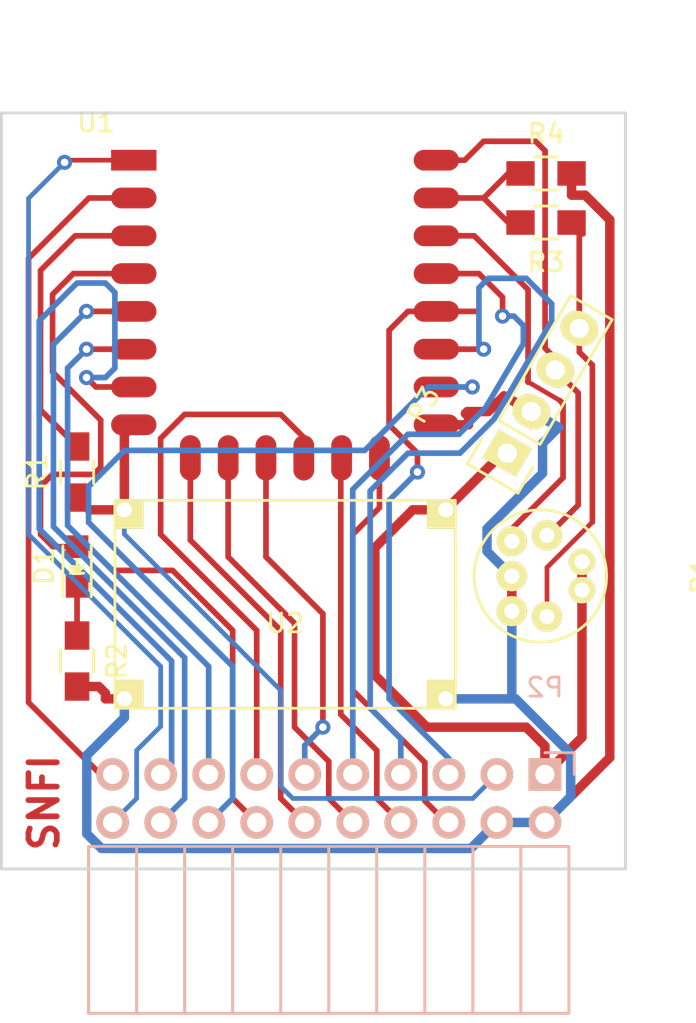
<source format=kicad_pcb>
(kicad_pcb (version 20171130) (host pcbnew "(5.1.12)-1")

  (general
    (thickness 1.6)
    (drawings 7)
    (tracks 264)
    (zones 0)
    (modules 10)
    (nets 26)
  )

  (page A4)
  (layers
    (0 F.Cu signal)
    (31 B.Cu signal)
    (32 B.Adhes user hide)
    (33 F.Adhes user hide)
    (34 B.Paste user hide)
    (35 F.Paste user hide)
    (36 B.SilkS user hide)
    (37 F.SilkS user hide)
    (38 B.Mask user hide)
    (39 F.Mask user hide)
    (40 Dwgs.User user hide)
    (41 Cmts.User user hide)
    (42 Eco1.User user hide)
    (43 Eco2.User user hide)
    (44 Edge.Cuts user)
    (45 Margin user hide)
    (46 B.CrtYd user hide)
    (47 F.CrtYd user hide)
    (48 B.Fab user hide)
    (49 F.Fab user hide)
  )

  (setup
    (last_trace_width 0.3)
    (user_trace_width 0.25)
    (trace_clearance 0.25)
    (zone_clearance 0.4)
    (zone_45_only no)
    (trace_min 0.2)
    (via_size 0.8)
    (via_drill 0.4)
    (via_min_size 0.4)
    (via_min_drill 0.3)
    (uvia_size 0.3)
    (uvia_drill 0.1)
    (uvias_allowed no)
    (uvia_min_size 0.2)
    (uvia_min_drill 0.1)
    (edge_width 0.15)
    (segment_width 0.2)
    (pcb_text_width 0.3)
    (pcb_text_size 1.5 1.5)
    (mod_edge_width 0.15)
    (mod_text_size 1 1)
    (mod_text_width 0.15)
    (pad_size 1.524 1.524)
    (pad_drill 0.762)
    (pad_to_mask_clearance 0.2)
    (aux_axis_origin 0 0)
    (visible_elements 7FFFFFFF)
    (pcbplotparams
      (layerselection 0x01000_80000001)
      (usegerberextensions false)
      (usegerberattributes true)
      (usegerberadvancedattributes true)
      (creategerberjobfile true)
      (excludeedgelayer true)
      (linewidth 0.100000)
      (plotframeref false)
      (viasonmask false)
      (mode 1)
      (useauxorigin false)
      (hpglpennumber 1)
      (hpglpenspeed 20)
      (hpglpendiameter 15.000000)
      (psnegative false)
      (psa4output false)
      (plotreference true)
      (plotvalue true)
      (plotinvisibletext false)
      (padsonsilk false)
      (subtractmaskfromsilk false)
      (outputformat 1)
      (mirror false)
      (drillshape 0)
      (scaleselection 1)
      (outputdirectory "pcb production/"))
  )

  (net 0 "")
  (net 1 /GPIO16)
  (net 2 "Net-(D1-Pad1)")
  (net 3 /VBat)
  (net 4 GND)
  (net 5 VCC)
  (net 6 /GPIO0)
  (net 7 /ADC)
  (net 8 /GPIO2)
  (net 9 /RESET)
  (net 10 /GPIO5)
  (net 11 /SCK)
  (net 12 /GPIO9)
  (net 13 /MOSI)
  (net 14 /GPIO10)
  (net 15 /MISO)
  (net 16 /GPIO12)
  (net 17 /CS0)
  (net 18 /GPIO13)
  (net 19 /GPIO14)
  (net 20 /GPIO15)
  (net 21 "Net-(R1-Pad2)")
  (net 22 /DD)
  (net 23 /RX)
  (net 24 /TX_R)
  (net 25 /RX_R)

  (net_class Default "This is the default net class."
    (clearance 0.25)
    (trace_width 0.3)
    (via_dia 0.8)
    (via_drill 0.4)
    (uvia_dia 0.3)
    (uvia_drill 0.1)
    (add_net /ADC)
    (add_net /CS0)
    (add_net /DD)
    (add_net /GPIO0)
    (add_net /GPIO10)
    (add_net /GPIO12)
    (add_net /GPIO13)
    (add_net /GPIO14)
    (add_net /GPIO15)
    (add_net /GPIO16)
    (add_net /GPIO2)
    (add_net /GPIO5)
    (add_net /GPIO9)
    (add_net /MISO)
    (add_net /MOSI)
    (add_net /RESET)
    (add_net /RX)
    (add_net /RX_R)
    (add_net /SCK)
    (add_net /TX_R)
    (add_net "Net-(D1-Pad1)")
    (add_net "Net-(R1-Pad2)")
  )

  (net_class Power ""
    (clearance 0.25)
    (trace_width 0.5)
    (via_dia 0.8)
    (via_drill 0.4)
    (uvia_dia 0.3)
    (uvia_drill 0.1)
    (add_net /VBat)
    (add_net GND)
    (add_net VCC)
  )

  (net_class narrow ""
    (clearance 0.25)
    (trace_width 0.25)
    (via_dia 0.8)
    (via_drill 0.4)
    (uvia_dia 0.3)
    (uvia_drill 0.1)
  )

  (module Resistors_SMD:R_0805_HandSoldering (layer F.Cu) (tedit 54189DEE) (tstamp 56008534)
    (at 181 121 270)
    (descr "Resistor SMD 0805, hand soldering")
    (tags "resistor 0805")
    (path /55D5C7B0)
    (attr smd)
    (fp_text reference R2 (at 0 -2.1 270) (layer F.SilkS)
      (effects (font (size 1 1) (thickness 0.15)))
    )
    (fp_text value 1K (at 0 2.1 270) (layer F.Fab)
      (effects (font (size 1 1) (thickness 0.15)))
    )
    (fp_line (start -0.6 -0.875) (end 0.6 -0.875) (layer F.SilkS) (width 0.15))
    (fp_line (start 0.6 0.875) (end -0.6 0.875) (layer F.SilkS) (width 0.15))
    (fp_line (start 2.4 -1) (end 2.4 1) (layer F.CrtYd) (width 0.05))
    (fp_line (start -2.4 -1) (end -2.4 1) (layer F.CrtYd) (width 0.05))
    (fp_line (start -2.4 1) (end 2.4 1) (layer F.CrtYd) (width 0.05))
    (fp_line (start -2.4 -1) (end 2.4 -1) (layer F.CrtYd) (width 0.05))
    (pad 1 smd rect (at -1.35 0 270) (size 1.5 1.3) (layers F.Cu F.Paste F.Mask)
      (net 2 "Net-(D1-Pad1)"))
    (pad 2 smd rect (at 1.35 0 270) (size 1.5 1.3) (layers F.Cu F.Paste F.Mask)
      (net 4 GND))
    (model Resistors_SMD.3dshapes/R_0805_HandSoldering.wrl
      (at (xyz 0 0 0))
      (scale (xyz 1 1 1))
      (rotate (xyz 0 0 0))
    )
  )

  (module LM2596:LM2596_module (layer F.Cu) (tedit 56008445) (tstamp 56008556)
    (at 192 118)
    (path /56006BDB)
    (fp_text reference U2 (at 0 1) (layer F.SilkS)
      (effects (font (size 1 1) (thickness 0.15)))
    )
    (fp_text value LM2596_module (at 0 -1) (layer F.Fab)
      (effects (font (size 1 1) (thickness 0.15)))
    )
    (fp_line (start -9 5.5) (end -9 -5.5) (layer F.SilkS) (width 0.15))
    (fp_line (start 9 5.5) (end -9 5.5) (layer F.SilkS) (width 0.15))
    (fp_line (start 9 -5.5) (end 9 5.5) (layer F.SilkS) (width 0.15))
    (fp_line (start -9 -5.5) (end 9 -5.5) (layer F.SilkS) (width 0.15))
    (pad 1 thru_hole rect (at -8.5 -5) (size 1.5 1.5) (drill 0.8 (offset 0.25 0.25)) (layers *.Cu *.Mask F.SilkS)
      (net 5 VCC))
    (pad 2 thru_hole rect (at -8.5 5) (size 1.5 1.5) (drill 0.8 (offset 0.25 -0.25)) (layers *.Cu *.Mask F.SilkS)
      (net 4 GND))
    (pad 3 thru_hole rect (at 8.5 5) (size 1.5 1.5) (drill 0.8 (offset -0.25 -0.25)) (layers *.Cu *.Mask F.SilkS)
      (net 4 GND))
    (pad 4 thru_hole rect (at 8.5 -5) (size 1.5 1.5) (drill 0.8 (offset -0.25 0.25)) (layers *.Cu *.Mask F.SilkS)
      (net 3 /VBat))
  )

  (module LEDs:LED-0805 (layer F.Cu) (tedit 55BDE1C2) (tstamp 56008510)
    (at 181 116 90)
    (descr "LED 0805 smd package")
    (tags "LED 0805 SMD")
    (path /55D5C706)
    (attr smd)
    (fp_text reference D1 (at 0 -1.75 90) (layer F.SilkS)
      (effects (font (size 1 1) (thickness 0.15)))
    )
    (fp_text value LED (at 0 1.75 90) (layer F.Fab)
      (effects (font (size 1 1) (thickness 0.15)))
    )
    (fp_line (start -1.9 -0.95) (end 1.9 -0.95) (layer F.CrtYd) (width 0.05))
    (fp_line (start -1.9 0.95) (end -1.9 -0.95) (layer F.CrtYd) (width 0.05))
    (fp_line (start 1.9 0.95) (end -1.9 0.95) (layer F.CrtYd) (width 0.05))
    (fp_line (start 1.9 -0.95) (end 1.9 0.95) (layer F.CrtYd) (width 0.05))
    (fp_line (start 0 0.35) (end -0.35 0) (layer F.SilkS) (width 0.15))
    (fp_line (start 0 -0.35) (end 0 0.35) (layer F.SilkS) (width 0.15))
    (fp_line (start -0.35 0) (end 0 -0.35) (layer F.SilkS) (width 0.15))
    (fp_line (start 0 0) (end 0.35 0) (layer F.SilkS) (width 0.15))
    (fp_line (start -0.35 -0.35) (end -0.35 0.35) (layer F.SilkS) (width 0.15))
    (fp_line (start -0.1 -0.1) (end -0.25 0.05) (layer F.SilkS) (width 0.15))
    (fp_line (start -0.1 0.15) (end -0.1 -0.1) (layer F.SilkS) (width 0.15))
    (fp_line (start -1.6 -0.75) (end 1.1 -0.75) (layer F.SilkS) (width 0.15))
    (fp_line (start -1.6 0.75) (end 1.1 0.75) (layer F.SilkS) (width 0.15))
    (pad 2 smd rect (at 1.04902 0 270) (size 1.19888 1.19888) (layers F.Cu F.Paste F.Mask)
      (net 1 /GPIO16))
    (pad 1 smd rect (at -1.04902 0 270) (size 1.19888 1.19888) (layers F.Cu F.Paste F.Mask)
      (net 2 "Net-(D1-Pad1)"))
    (model LEDs.3dshapes/LED-0805.wrl
      (at (xyz 0 0 0))
      (scale (xyz 1 1 1))
      (rotate (xyz 0 0 0))
    )
  )

  (module Resistors_SMD:R_0805_HandSoldering (layer F.Cu) (tedit 54189DEE) (tstamp 5600852E)
    (at 181 111 90)
    (descr "Resistor SMD 0805, hand soldering")
    (tags "resistor 0805")
    (path /55D5BCB9)
    (attr smd)
    (fp_text reference R1 (at 0 -2.1 90) (layer F.SilkS)
      (effects (font (size 1 1) (thickness 0.15)))
    )
    (fp_text value 10K (at 0 2.1 90) (layer F.Fab)
      (effects (font (size 1 1) (thickness 0.15)))
    )
    (fp_line (start -0.6 -0.875) (end 0.6 -0.875) (layer F.SilkS) (width 0.15))
    (fp_line (start 0.6 0.875) (end -0.6 0.875) (layer F.SilkS) (width 0.15))
    (fp_line (start 2.4 -1) (end 2.4 1) (layer F.CrtYd) (width 0.05))
    (fp_line (start -2.4 -1) (end -2.4 1) (layer F.CrtYd) (width 0.05))
    (fp_line (start -2.4 1) (end 2.4 1) (layer F.CrtYd) (width 0.05))
    (fp_line (start -2.4 -1) (end 2.4 -1) (layer F.CrtYd) (width 0.05))
    (pad 1 smd rect (at -1.35 0 90) (size 1.5 1.3) (layers F.Cu F.Paste F.Mask)
      (net 5 VCC))
    (pad 2 smd rect (at 1.35 0 90) (size 1.5 1.3) (layers F.Cu F.Paste F.Mask)
      (net 21 "Net-(R1-Pad2)"))
    (model Resistors_SMD.3dshapes/R_0805_HandSoldering.wrl
      (at (xyz 0 0 0))
      (scale (xyz 1 1 1))
      (rotate (xyz 0 0 0))
    )
  )

  (module ESP8266:ESP-12E (layer F.Cu) (tedit 559F8D21) (tstamp 5600854E)
    (at 184 94.5)
    (descr "Module, ESP-8266, ESP-12, 16 pad, SMD")
    (tags "Module ESP-8266 ESP8266")
    (path /55D49229)
    (fp_text reference U1 (at -2 -2) (layer F.SilkS)
      (effects (font (size 1 1) (thickness 0.15)))
    )
    (fp_text value ESP-12E (at 8 1) (layer F.Fab)
      (effects (font (size 1 1) (thickness 0.15)))
    )
    (fp_line (start 0 -8.4) (end 16 -8.4) (layer F.Fab) (width 0.1524))
    (fp_line (start 0 15.6) (end 0 -8.4) (layer F.Fab) (width 0.1524))
    (fp_line (start 16 15.6) (end 0 15.6) (layer F.Fab) (width 0.1524))
    (fp_line (start 16 -8.4) (end 16 15.6) (layer F.Fab) (width 0.1524))
    (fp_line (start 16 -8.4) (end 0 -8.4) (layer F.CrtYd) (width 0.1524))
    (fp_line (start 16 -2.6) (end 16 -8.4) (layer F.CrtYd) (width 0.1524))
    (fp_line (start 0 -2.6) (end 16 -2.6) (layer F.CrtYd) (width 0.1524))
    (fp_line (start 0 -8.4) (end 0 -2.6) (layer F.CrtYd) (width 0.1524))
    (fp_line (start 0 -8.4) (end 16 -2.6) (layer F.CrtYd) (width 0.1524))
    (fp_line (start 16 -8.4) (end 0 -2.6) (layer F.CrtYd) (width 0.1524))
    (fp_text user "No Copper" (at 7.9 -5.4) (layer F.CrtYd)
      (effects (font (size 1 1) (thickness 0.15)))
    )
    (pad 9 smd oval (at 2.99 15.75 90) (size 2.4 1.1) (layers F.Cu F.Paste F.Mask)
      (net 17 /CS0))
    (pad 10 smd oval (at 4.99 15.75 90) (size 2.4 1.1) (layers F.Cu F.Paste F.Mask)
      (net 15 /MISO))
    (pad 11 smd oval (at 6.99 15.75 90) (size 2.4 1.1) (layers F.Cu F.Paste F.Mask)
      (net 12 /GPIO9))
    (pad 12 smd oval (at 8.99 15.75 90) (size 2.4 1.1) (layers F.Cu F.Paste F.Mask)
      (net 14 /GPIO10))
    (pad 13 smd oval (at 10.99 15.75 90) (size 2.4 1.1) (layers F.Cu F.Paste F.Mask)
      (net 13 /MOSI))
    (pad 14 smd oval (at 12.99 15.75 90) (size 2.4 1.1) (layers F.Cu F.Paste F.Mask)
      (net 11 /SCK))
    (pad 1 smd rect (at 0 0) (size 2.4 1.1) (layers F.Cu F.Paste F.Mask)
      (net 9 /RESET))
    (pad 2 smd oval (at 0 2) (size 2.4 1.1) (layers F.Cu F.Paste F.Mask)
      (net 7 /ADC))
    (pad 3 smd oval (at 0 4) (size 2.4 1.1) (layers F.Cu F.Paste F.Mask)
      (net 21 "Net-(R1-Pad2)"))
    (pad 4 smd oval (at 0 6) (size 2.4 1.1) (layers F.Cu F.Paste F.Mask)
      (net 1 /GPIO16))
    (pad 5 smd oval (at 0 8) (size 2.4 1.1) (layers F.Cu F.Paste F.Mask)
      (net 19 /GPIO14))
    (pad 6 smd oval (at 0 10) (size 2.4 1.1) (layers F.Cu F.Paste F.Mask)
      (net 16 /GPIO12))
    (pad 7 smd oval (at 0 12) (size 2.4 1.1) (layers F.Cu F.Paste F.Mask)
      (net 18 /GPIO13))
    (pad 8 smd oval (at 0 14) (size 2.4 1.1) (layers F.Cu F.Paste F.Mask)
      (net 5 VCC))
    (pad 15 smd oval (at 16 14) (size 2.4 1.1) (layers F.Cu F.Paste F.Mask)
      (net 4 GND))
    (pad 16 smd oval (at 16 12) (size 2.4 1.1) (layers F.Cu F.Paste F.Mask)
      (net 20 /GPIO15))
    (pad 17 smd oval (at 16 10) (size 2.4 1.1) (layers F.Cu F.Paste F.Mask)
      (net 8 /GPIO2))
    (pad 18 smd oval (at 16 8) (size 2.4 1.1) (layers F.Cu F.Paste F.Mask)
      (net 6 /GPIO0))
    (pad 19 smd oval (at 16 6) (size 2.4 1.1) (layers F.Cu F.Paste F.Mask)
      (net 10 /GPIO5))
    (pad 20 smd oval (at 16 4) (size 2.4 1.1) (layers F.Cu F.Paste F.Mask)
      (net 22 /DD))
    (pad 21 smd oval (at 16 2) (size 2.4 1.1) (layers F.Cu F.Paste F.Mask)
      (net 23 /RX))
    (pad 22 smd oval (at 16 0) (size 2.4 1.1) (layers F.Cu F.Paste F.Mask)
      (net 25 /RX_R))
  )

  (module "mini din:mini_DIN_7" (layer F.Cu) (tedit 560082B7) (tstamp 5603980F)
    (at 213.5 116.5 90)
    (path /560084A0)
    (fp_text reference P1 (at 0 0.5 90) (layer F.SilkS)
      (effects (font (size 1 1) (thickness 0.15)))
    )
    (fp_text value CONN_01X07 (at 0 -0.5 90) (layer F.Fab)
      (effects (font (size 1 1) (thickness 0.15)))
    )
    (fp_circle (center 0 -8) (end 3.5 -8) (layer F.SilkS) (width 0.15))
    (pad 7 thru_hole circle (at -1.86 -9.51 90) (size 1.6 1.6) (drill 0.8) (layers *.Cu *.Mask F.SilkS)
      (net 4 GND))
    (pad 6 thru_hole circle (at -0.01 -9.51 90) (size 1.6 1.6) (drill 0.8) (layers *.Cu *.Mask F.SilkS)
      (net 4 GND))
    (pad 5 thru_hole circle (at 1.84 -9.51 90) (size 1.6 1.6) (drill 0.8) (layers *.Cu *.Mask F.SilkS)
      (net 22 /DD))
    (pad 4 thru_hole circle (at -2.15 -7.65 90) (size 1.6 1.6) (drill 0.8) (layers *.Cu *.Mask F.SilkS)
      (net 24 /TX_R))
    (pad 3 thru_hole circle (at 2.15 -7.65 90) (size 1.6 1.6) (drill 0.8) (layers *.Cu *.Mask F.SilkS)
      (net 25 /RX_R))
    (pad 1 thru_hole circle (at 0.75 -5.8 90) (size 1.4 1.4) (drill 0.8) (layers *.Cu *.Mask F.SilkS)
      (net 3 /VBat))
    (pad 2 thru_hole circle (at -0.75 -5.8 90) (size 1.4 1.4) (drill 0.8) (layers *.Cu *.Mask F.SilkS)
      (net 3 /VBat))
  )

  (module Resistors_SMD:R_0805_HandSoldering (layer F.Cu) (tedit 54189DEE) (tstamp 5606BC98)
    (at 205.8 97.8 180)
    (descr "Resistor SMD 0805, hand soldering")
    (tags "resistor 0805")
    (path /5606DDFD)
    (attr smd)
    (fp_text reference R3 (at 0 -2.1 180) (layer F.SilkS)
      (effects (font (size 1 1) (thickness 0.15)))
    )
    (fp_text value 5K (at 0 2.1 180) (layer F.Fab)
      (effects (font (size 1 1) (thickness 0.15)))
    )
    (fp_line (start -0.6 -0.875) (end 0.6 -0.875) (layer F.SilkS) (width 0.15))
    (fp_line (start 0.6 0.875) (end -0.6 0.875) (layer F.SilkS) (width 0.15))
    (fp_line (start 2.4 -1) (end 2.4 1) (layer F.CrtYd) (width 0.05))
    (fp_line (start -2.4 -1) (end -2.4 1) (layer F.CrtYd) (width 0.05))
    (fp_line (start -2.4 1) (end 2.4 1) (layer F.CrtYd) (width 0.05))
    (fp_line (start -2.4 -1) (end 2.4 -1) (layer F.CrtYd) (width 0.05))
    (pad 1 smd rect (at -1.35 0 180) (size 1.5 1.3) (layers F.Cu F.Paste F.Mask)
      (net 24 /TX_R))
    (pad 2 smd rect (at 1.35 0 180) (size 1.5 1.3) (layers F.Cu F.Paste F.Mask)
      (net 23 /RX))
    (model Resistors_SMD.3dshapes/R_0805_HandSoldering.wrl
      (at (xyz 0 0 0))
      (scale (xyz 1 1 1))
      (rotate (xyz 0 0 0))
    )
  )

  (module Resistors_SMD:R_0805_HandSoldering (layer F.Cu) (tedit 54189DEE) (tstamp 5606BC9E)
    (at 205.8 95.2)
    (descr "Resistor SMD 0805, hand soldering")
    (tags "resistor 0805")
    (path /5606DE8E)
    (attr smd)
    (fp_text reference R4 (at 0 -2.1) (layer F.SilkS)
      (effects (font (size 1 1) (thickness 0.15)))
    )
    (fp_text value 10K (at 0 2.1) (layer F.Fab)
      (effects (font (size 1 1) (thickness 0.15)))
    )
    (fp_line (start -0.6 -0.875) (end 0.6 -0.875) (layer F.SilkS) (width 0.15))
    (fp_line (start 0.6 0.875) (end -0.6 0.875) (layer F.SilkS) (width 0.15))
    (fp_line (start 2.4 -1) (end 2.4 1) (layer F.CrtYd) (width 0.05))
    (fp_line (start -2.4 -1) (end -2.4 1) (layer F.CrtYd) (width 0.05))
    (fp_line (start -2.4 1) (end 2.4 1) (layer F.CrtYd) (width 0.05))
    (fp_line (start -2.4 -1) (end 2.4 -1) (layer F.CrtYd) (width 0.05))
    (pad 1 smd rect (at -1.35 0) (size 1.5 1.3) (layers F.Cu F.Paste F.Mask)
      (net 23 /RX))
    (pad 2 smd rect (at 1.35 0) (size 1.5 1.3) (layers F.Cu F.Paste F.Mask)
      (net 4 GND))
    (model Resistors_SMD.3dshapes/R_0805_HandSoldering.wrl
      (at (xyz 0 0 0))
      (scale (xyz 1 1 1))
      (rotate (xyz 0 0 0))
    )
  )

  (module Socket_Strips:Socket_Strip_Angled_2x10 (layer B.Cu) (tedit 0) (tstamp 56085C2C)
    (at 205.74 127 180)
    (descr "Through hole socket strip")
    (tags "socket strip")
    (path /55D5C2A9)
    (fp_text reference P2 (at 0 4.6 180) (layer B.SilkS)
      (effects (font (size 1 1) (thickness 0.15)) (justify mirror))
    )
    (fp_text value CONN_02X10 (at 0 2.6 180) (layer B.Fab)
      (effects (font (size 1 1) (thickness 0.15)) (justify mirror))
    )
    (fp_line (start 1.27 -12.64) (end 1.27 -3.81) (layer B.SilkS) (width 0.15))
    (fp_line (start -1.27 -12.64) (end 1.27 -12.64) (layer B.SilkS) (width 0.15))
    (fp_line (start -1.27 -3.81) (end -1.27 -12.64) (layer B.SilkS) (width 0.15))
    (fp_line (start -1.55 1.15) (end -1.55 0) (layer B.SilkS) (width 0.15))
    (fp_line (start 0 1.15) (end -1.55 1.15) (layer B.SilkS) (width 0.15))
    (fp_line (start -1.27 -3.81) (end 1.27 -3.81) (layer B.SilkS) (width 0.15))
    (fp_line (start 1.27 -3.81) (end 1.27 -12.64) (layer B.SilkS) (width 0.15))
    (fp_line (start 3.81 -3.81) (end 3.81 -12.64) (layer B.SilkS) (width 0.15))
    (fp_line (start 1.27 -3.81) (end 3.81 -3.81) (layer B.SilkS) (width 0.15))
    (fp_line (start 1.27 -12.64) (end 3.81 -12.64) (layer B.SilkS) (width 0.15))
    (fp_line (start 3.81 -12.64) (end 3.81 -3.81) (layer B.SilkS) (width 0.15))
    (fp_line (start 6.35 -12.64) (end 6.35 -3.81) (layer B.SilkS) (width 0.15))
    (fp_line (start 3.81 -12.64) (end 6.35 -12.64) (layer B.SilkS) (width 0.15))
    (fp_line (start 3.81 -3.81) (end 6.35 -3.81) (layer B.SilkS) (width 0.15))
    (fp_line (start 6.35 -3.81) (end 6.35 -12.64) (layer B.SilkS) (width 0.15))
    (fp_line (start 8.89 -3.81) (end 8.89 -12.64) (layer B.SilkS) (width 0.15))
    (fp_line (start 6.35 -3.81) (end 8.89 -3.81) (layer B.SilkS) (width 0.15))
    (fp_line (start 6.35 -12.64) (end 8.89 -12.64) (layer B.SilkS) (width 0.15))
    (fp_line (start 8.89 -12.64) (end 8.89 -3.81) (layer B.SilkS) (width 0.15))
    (fp_line (start 11.43 -12.64) (end 11.43 -3.81) (layer B.SilkS) (width 0.15))
    (fp_line (start 8.89 -12.64) (end 11.43 -12.64) (layer B.SilkS) (width 0.15))
    (fp_line (start 8.89 -3.81) (end 11.43 -3.81) (layer B.SilkS) (width 0.15))
    (fp_line (start 11.43 -3.81) (end 11.43 -12.64) (layer B.SilkS) (width 0.15))
    (fp_line (start 13.97 -3.81) (end 13.97 -12.64) (layer B.SilkS) (width 0.15))
    (fp_line (start 11.43 -3.81) (end 13.97 -3.81) (layer B.SilkS) (width 0.15))
    (fp_line (start 11.43 -12.64) (end 13.97 -12.64) (layer B.SilkS) (width 0.15))
    (fp_line (start 13.97 -12.64) (end 13.97 -3.81) (layer B.SilkS) (width 0.15))
    (fp_line (start 24.13 -12.64) (end 24.13 -3.81) (layer B.SilkS) (width 0.15))
    (fp_line (start 21.59 -12.64) (end 24.13 -12.64) (layer B.SilkS) (width 0.15))
    (fp_line (start 21.59 -3.81) (end 24.13 -3.81) (layer B.SilkS) (width 0.15))
    (fp_line (start 24.13 -3.81) (end 24.13 -12.64) (layer B.SilkS) (width 0.15))
    (fp_line (start 21.59 -3.81) (end 21.59 -12.64) (layer B.SilkS) (width 0.15))
    (fp_line (start 19.05 -3.81) (end 21.59 -3.81) (layer B.SilkS) (width 0.15))
    (fp_line (start 19.05 -12.64) (end 21.59 -12.64) (layer B.SilkS) (width 0.15))
    (fp_line (start 21.59 -12.64) (end 21.59 -3.81) (layer B.SilkS) (width 0.15))
    (fp_line (start 19.05 -12.64) (end 19.05 -3.81) (layer B.SilkS) (width 0.15))
    (fp_line (start 16.51 -12.64) (end 19.05 -12.64) (layer B.SilkS) (width 0.15))
    (fp_line (start 16.51 -3.81) (end 19.05 -3.81) (layer B.SilkS) (width 0.15))
    (fp_line (start 19.05 -3.81) (end 19.05 -12.64) (layer B.SilkS) (width 0.15))
    (fp_line (start 16.51 -3.81) (end 16.51 -12.64) (layer B.SilkS) (width 0.15))
    (fp_line (start 13.97 -3.81) (end 16.51 -3.81) (layer B.SilkS) (width 0.15))
    (fp_line (start 13.97 -12.64) (end 16.51 -12.64) (layer B.SilkS) (width 0.15))
    (fp_line (start 16.51 -12.64) (end 16.51 -3.81) (layer B.SilkS) (width 0.15))
    (fp_line (start -1.75 -13.15) (end 24.65 -13.15) (layer B.CrtYd) (width 0.05))
    (fp_line (start -1.75 1.35) (end 24.65 1.35) (layer B.CrtYd) (width 0.05))
    (fp_line (start 24.65 1.35) (end 24.65 -13.15) (layer B.CrtYd) (width 0.05))
    (fp_line (start -1.75 1.35) (end -1.75 -13.15) (layer B.CrtYd) (width 0.05))
    (pad 1 thru_hole rect (at 0 0 180) (size 1.7272 1.7272) (drill 1.016) (layers *.Cu *.Mask B.SilkS)
      (net 3 /VBat))
    (pad 2 thru_hole oval (at 0 -2.54 180) (size 1.7272 1.7272) (drill 1.016) (layers *.Cu *.Mask B.SilkS)
      (net 4 GND))
    (pad 3 thru_hole oval (at 2.54 0 180) (size 1.7272 1.7272) (drill 1.016) (layers *.Cu *.Mask B.SilkS)
      (net 5 VCC))
    (pad 4 thru_hole oval (at 2.54 -2.54 180) (size 1.7272 1.7272) (drill 1.016) (layers *.Cu *.Mask B.SilkS)
      (net 4 GND))
    (pad 5 thru_hole oval (at 5.08 0 180) (size 1.7272 1.7272) (drill 1.016) (layers *.Cu *.Mask B.SilkS)
      (net 6 /GPIO0))
    (pad 6 thru_hole oval (at 5.08 -2.54 180) (size 1.7272 1.7272) (drill 1.016) (layers *.Cu *.Mask B.SilkS)
      (net 11 /SCK))
    (pad 7 thru_hole oval (at 7.62 0 180) (size 1.7272 1.7272) (drill 1.016) (layers *.Cu *.Mask B.SilkS)
      (net 8 /GPIO2))
    (pad 8 thru_hole oval (at 7.62 -2.54 180) (size 1.7272 1.7272) (drill 1.016) (layers *.Cu *.Mask B.SilkS)
      (net 13 /MOSI))
    (pad 9 thru_hole oval (at 10.16 0 180) (size 1.7272 1.7272) (drill 1.016) (layers *.Cu *.Mask B.SilkS)
      (net 10 /GPIO5))
    (pad 10 thru_hole oval (at 10.16 -2.54 180) (size 1.7272 1.7272) (drill 1.016) (layers *.Cu *.Mask B.SilkS)
      (net 15 /MISO))
    (pad 11 thru_hole oval (at 12.7 0 180) (size 1.7272 1.7272) (drill 1.016) (layers *.Cu *.Mask B.SilkS)
      (net 12 /GPIO9))
    (pad 12 thru_hole oval (at 12.7 -2.54 180) (size 1.7272 1.7272) (drill 1.016) (layers *.Cu *.Mask B.SilkS)
      (net 17 /CS0))
    (pad 13 thru_hole oval (at 15.24 0 180) (size 1.7272 1.7272) (drill 1.016) (layers *.Cu *.Mask B.SilkS)
      (net 14 /GPIO10))
    (pad 14 thru_hole oval (at 15.24 -2.54 180) (size 1.7272 1.7272) (drill 1.016) (layers *.Cu *.Mask B.SilkS)
      (net 1 /GPIO16))
    (pad 15 thru_hole oval (at 17.78 0 180) (size 1.7272 1.7272) (drill 1.016) (layers *.Cu *.Mask B.SilkS)
      (net 16 /GPIO12))
    (pad 16 thru_hole oval (at 17.78 -2.54 180) (size 1.7272 1.7272) (drill 1.016) (layers *.Cu *.Mask B.SilkS)
      (net 20 /GPIO15))
    (pad 17 thru_hole oval (at 20.32 0 180) (size 1.7272 1.7272) (drill 1.016) (layers *.Cu *.Mask B.SilkS)
      (net 18 /GPIO13))
    (pad 18 thru_hole oval (at 20.32 -2.54 180) (size 1.7272 1.7272) (drill 1.016) (layers *.Cu *.Mask B.SilkS)
      (net 19 /GPIO14))
    (pad 19 thru_hole oval (at 22.86 0 180) (size 1.7272 1.7272) (drill 1.016) (layers *.Cu *.Mask B.SilkS)
      (net 7 /ADC))
    (pad 20 thru_hole oval (at 22.86 -2.54 180) (size 1.7272 1.7272) (drill 1.016) (layers *.Cu *.Mask B.SilkS)
      (net 9 /RESET))
    (model Socket_Strips.3dshapes/Socket_Strip_Angled_2x10.wrl
      (offset (xyz 11.42999982833862 -1.269999980926514 0))
      (scale (xyz 1 1 1))
      (rotate (xyz 0 0 180))
    )
  )

  (module Socket_Strips:Socket_Strip_Straight_1x04 (layer F.Cu) (tedit 0) (tstamp 56085C4A)
    (at 203.75 110 60)
    (descr "Through hole socket strip")
    (tags "socket strip")
    (path /56085904)
    (fp_text reference P3 (at 0 -5.1 60) (layer F.SilkS)
      (effects (font (size 1 1) (thickness 0.15)))
    )
    (fp_text value CONN_01X04 (at 0 -3.1 60) (layer F.Fab)
      (effects (font (size 1 1) (thickness 0.15)))
    )
    (fp_line (start -1.55 -1.55) (end -1.55 1.55) (layer F.SilkS) (width 0.15))
    (fp_line (start 0 -1.55) (end -1.55 -1.55) (layer F.SilkS) (width 0.15))
    (fp_line (start 1.27 1.27) (end 1.27 -1.27) (layer F.SilkS) (width 0.15))
    (fp_line (start 8.89 -1.27) (end 8.89 1.27) (layer F.SilkS) (width 0.15))
    (fp_line (start -1.55 1.55) (end 0 1.55) (layer F.SilkS) (width 0.15))
    (fp_line (start 1.27 1.27) (end 8.89 1.27) (layer F.SilkS) (width 0.15))
    (fp_line (start 1.27 -1.27) (end 8.89 -1.27) (layer F.SilkS) (width 0.15))
    (fp_line (start -1.75 1.75) (end 9.4 1.75) (layer F.CrtYd) (width 0.05))
    (fp_line (start -1.75 -1.75) (end 9.4 -1.75) (layer F.CrtYd) (width 0.05))
    (fp_line (start 9.4 -1.75) (end 9.4 1.75) (layer F.CrtYd) (width 0.05))
    (fp_line (start -1.75 -1.75) (end -1.75 1.75) (layer F.CrtYd) (width 0.05))
    (pad 1 thru_hole rect (at 0 0 60) (size 1.7272 2.032) (drill 1.016) (layers *.Cu *.Mask F.SilkS)
      (net 3 /VBat))
    (pad 2 thru_hole oval (at 2.54 0 60) (size 1.7272 2.032) (drill 1.016) (layers *.Cu *.Mask F.SilkS)
      (net 4 GND))
    (pad 3 thru_hole oval (at 5.08 0 60) (size 1.7272 2.032) (drill 1.016) (layers *.Cu *.Mask F.SilkS)
      (net 25 /RX_R))
    (pad 4 thru_hole oval (at 7.62 0 60) (size 1.7272 2.032) (drill 1.016) (layers *.Cu *.Mask F.SilkS)
      (net 24 /TX_R))
    (model Socket_Strips.3dshapes/Socket_Strip_Straight_1x04.wrl
      (offset (xyz 3.809999942779541 0 0))
      (scale (xyz 1 1 1))
      (rotate (xyz 0 0 180))
    )
  )

  (gr_text "SNFI\n" (at 179.25 128.5 90) (layer F.Cu)
    (effects (font (size 1.5 1.5) (thickness 0.3)))
  )
  (dimension 40 (width 0.3) (layer Cmts.User)
    (gr_text "40.000 mm" (at 171.65 112 90) (layer Cmts.User)
      (effects (font (size 1.5 1.5) (thickness 0.3)))
    )
    (feature1 (pts (xy 177 92) (xy 170.3 92)))
    (feature2 (pts (xy 177 132) (xy 170.3 132)))
    (crossbar (pts (xy 173 132) (xy 173 92)))
    (arrow1a (pts (xy 173 92) (xy 173.586421 93.126504)))
    (arrow1b (pts (xy 173 92) (xy 172.413579 93.126504)))
    (arrow2a (pts (xy 173 132) (xy 173.586421 130.873496)))
    (arrow2b (pts (xy 173 132) (xy 172.413579 130.873496)))
  )
  (dimension 33 (width 0.3) (layer Cmts.User)
    (gr_text "33.000 mm" (at 193.5 135.35) (layer Cmts.User)
      (effects (font (size 1.5 1.5) (thickness 0.3)))
    )
    (feature1 (pts (xy 210 132) (xy 210 136.7)))
    (feature2 (pts (xy 177 132) (xy 177 136.7)))
    (crossbar (pts (xy 177 134) (xy 210 134)))
    (arrow1a (pts (xy 210 134) (xy 208.873496 134.586421)))
    (arrow1b (pts (xy 210 134) (xy 208.873496 133.413579)))
    (arrow2a (pts (xy 177 134) (xy 178.126504 134.586421)))
    (arrow2b (pts (xy 177 134) (xy 178.126504 133.413579)))
  )
  (gr_line (start 177 132) (end 177 92) (angle 90) (layer Edge.Cuts) (width 0.15))
  (gr_line (start 210 132) (end 177 132) (angle 90) (layer Edge.Cuts) (width 0.15))
  (gr_line (start 210 92) (end 210 132) (angle 90) (layer Edge.Cuts) (width 0.15))
  (gr_line (start 177 92) (end 210 92) (angle 90) (layer Edge.Cuts) (width 0.15))

  (segment (start 190.5 129.54) (end 189.23 128.27) (width 0.3) (layer F.Cu) (net 1))
  (segment (start 189.23 128.27) (end 189.23 119.38) (width 0.3) (layer F.Cu) (net 1))
  (segment (start 189.23 119.38) (end 186.055 116.205) (width 0.3) (layer F.Cu) (net 1))
  (segment (start 186.055 116.205) (end 182.88 116.205) (width 0.3) (layer F.Cu) (net 1))
  (segment (start 182.88 116.205) (end 181.626 114.951) (width 0.3) (layer F.Cu) (net 1))
  (segment (start 181.626 114.951) (end 181 114.951) (width 0.3) (layer F.Cu) (net 1))
  (segment (start 181 114.951) (end 179.721 114.951) (width 0.3) (layer F.Cu) (net 1))
  (segment (start 179.721 114.951) (end 179.07 114.3) (width 0.3) (layer F.Cu) (net 1))
  (segment (start 179.07 114.3) (end 179.07 111.76) (width 0.3) (layer F.Cu) (net 1))
  (segment (start 179.07 111.76) (end 179.705 111.125) (width 0.3) (layer F.Cu) (net 1))
  (segment (start 179.705 111.125) (end 181.875 111.125) (width 0.3) (layer F.Cu) (net 1))
  (segment (start 181.875 111.125) (end 182.25 110.75) (width 0.3) (layer F.Cu) (net 1))
  (segment (start 182.25 110.75) (end 182.25 108.25) (width 0.3) (layer F.Cu) (net 1))
  (segment (start 182.25 108.25) (end 179.705 105.705) (width 0.3) (layer F.Cu) (net 1))
  (segment (start 179.705 105.705) (end 179.705 101.6) (width 0.3) (layer F.Cu) (net 1))
  (segment (start 179.705 101.6) (end 180.805 100.5) (width 0.3) (layer F.Cu) (net 1))
  (segment (start 180.805 100.5) (end 184 100.5) (width 0.3) (layer F.Cu) (net 1))
  (segment (start 181 119.65) (end 181 117.049) (width 0.3) (layer F.Cu) (net 2))
  (segment (start 200.5 113) (end 200.5 112.75) (width 0.5) (layer F.Cu) (net 3))
  (segment (start 203.75 110) (end 203.5 110) (width 0.5) (layer F.Cu) (net 3))
  (segment (start 203.5 110) (end 200.5 113) (width 0.5) (layer F.Cu) (net 3))
  (segment (start 200.5 113) (end 200.63 113) (width 0.25) (layer F.Cu) (net 3))
  (segment (start 207.7 115.75) (end 207.7 117.25) (width 0.5) (layer F.Cu) (net 3))
  (segment (start 207.7 117.25) (end 207.7 125.04) (width 0.5) (layer F.Cu) (net 3))
  (segment (start 207.7 125.04) (end 205.74 127) (width 0.5) (layer F.Cu) (net 3))
  (segment (start 200.5 113) (end 198.75 113) (width 0.5) (layer F.Cu) (net 3))
  (segment (start 198.75 113) (end 196.75 115) (width 0.5) (layer F.Cu) (net 3))
  (segment (start 196.75 115) (end 196.75 121.75) (width 0.5) (layer F.Cu) (net 3))
  (segment (start 196.75 121.75) (end 199.5 124.5) (width 0.5) (layer F.Cu) (net 3))
  (segment (start 199.5 124.5) (end 204.75 124.5) (width 0.5) (layer F.Cu) (net 3))
  (segment (start 204.75 124.5) (end 205.74 125.49) (width 0.5) (layer F.Cu) (net 3))
  (segment (start 205.74 125.49) (end 205.74 127) (width 0.5) (layer F.Cu) (net 3))
  (segment (start 207.15 95.2) (end 207.15 96.3501) (width 0.5) (layer F.Cu) (net 4))
  (segment (start 207.15 96.3501) (end 207.8688 96.3501) (width 0.5) (layer F.Cu) (net 4))
  (segment (start 207.8688 96.3501) (end 209.1715 97.6528) (width 0.5) (layer F.Cu) (net 4))
  (segment (start 209.1715 97.6528) (end 209.1715 126.1085) (width 0.5) (layer F.Cu) (net 4))
  (segment (start 209.1715 126.1085) (end 205.74 129.54) (width 0.5) (layer F.Cu) (net 4))
  (segment (start 183.5 123) (end 182.4999 123) (width 0.5) (layer F.Cu) (net 4))
  (segment (start 181 122.35) (end 182.1501 122.35) (width 0.5) (layer F.Cu) (net 4))
  (segment (start 182.4999 123) (end 182.4999 122.6998) (width 0.5) (layer F.Cu) (net 4))
  (segment (start 182.4999 122.6998) (end 182.1501 122.35) (width 0.5) (layer F.Cu) (net 4))
  (segment (start 203.2 129.54) (end 201.8205 130.9195) (width 0.5) (layer B.Cu) (net 4))
  (segment (start 201.8205 130.9195) (end 182.2962 130.9195) (width 0.5) (layer B.Cu) (net 4))
  (segment (start 182.2962 130.9195) (end 181.5133 130.1366) (width 0.5) (layer B.Cu) (net 4))
  (segment (start 181.5133 130.1366) (end 181.5133 125.9868) (width 0.5) (layer B.Cu) (net 4))
  (segment (start 181.5133 125.9868) (end 183.5 124.0001) (width 0.5) (layer B.Cu) (net 4))
  (segment (start 203.2 129.54) (end 205.74 129.54) (width 0.5) (layer B.Cu) (net 4))
  (segment (start 183.5 123) (end 183.5 124.0001) (width 0.5) (layer B.Cu) (net 4))
  (segment (start 205.02 107.8003) (end 206.4641 108.6341) (width 0.5) (layer B.Cu) (net 4))
  (segment (start 206.4641 108.6341) (end 205.616 109.4822) (width 0.5) (layer B.Cu) (net 4))
  (segment (start 205.616 109.4822) (end 205.616 111.063) (width 0.5) (layer B.Cu) (net 4))
  (segment (start 205.616 111.063) (end 202.678 114.001) (width 0.5) (layer B.Cu) (net 4))
  (segment (start 202.678 114.001) (end 202.678 115.198) (width 0.5) (layer B.Cu) (net 4))
  (segment (start 202.678 115.198) (end 203.99 116.51) (width 0.5) (layer B.Cu) (net 4))
  (segment (start 203.99 123) (end 200.5 123) (width 0.5) (layer B.Cu) (net 4))
  (segment (start 205.74 129.54) (end 207.1038 128.1762) (width 0.5) (layer B.Cu) (net 4))
  (segment (start 207.1038 128.1762) (end 207.1038 125.9085) (width 0.5) (layer B.Cu) (net 4))
  (segment (start 207.1038 125.9085) (end 204.1953 123) (width 0.5) (layer B.Cu) (net 4))
  (segment (start 204.1953 123) (end 203.99 123) (width 0.5) (layer B.Cu) (net 4))
  (segment (start 203.99 118.36) (end 203.99 123) (width 0.5) (layer B.Cu) (net 4))
  (segment (start 203.99 116.51) (end 203.99 118.36) (width 0.5) (layer F.Cu) (net 4))
  (segment (start 200 108.5) (end 201.7001 108.5) (width 0.5) (layer F.Cu) (net 4))
  (segment (start 205.02 107.8003) (end 203.5759 106.9665) (width 0.5) (layer F.Cu) (net 4))
  (segment (start 203.5759 106.9665) (end 202.7421 107.8003) (width 0.5) (layer F.Cu) (net 4))
  (segment (start 202.7421 107.8003) (end 201.6422 107.8003) (width 0.5) (layer F.Cu) (net 4))
  (segment (start 201.6422 107.8003) (end 201.5388 107.9037) (width 0.5) (layer F.Cu) (net 4))
  (segment (start 201.5388 107.9037) (end 201.5388 107.9038) (width 0.5) (layer F.Cu) (net 4))
  (segment (start 201.5388 107.9038) (end 201.7001 108.0651) (width 0.5) (layer F.Cu) (net 4))
  (segment (start 201.7001 108.0651) (end 201.7001 108.5) (width 0.5) (layer F.Cu) (net 4))
  (segment (start 183.5 113) (end 181.65 113) (width 0.5) (layer F.Cu) (net 5))
  (segment (start 181.65 113) (end 181 112.35) (width 0.5) (layer F.Cu) (net 5))
  (segment (start 183.5 113) (end 183.5 109) (width 0.5) (layer F.Cu) (net 5))
  (segment (start 183.5 109) (end 184 108.5) (width 0.5) (layer F.Cu) (net 5))
  (segment (start 203.2 127) (end 201.93 128.27) (width 0.25) (layer B.Cu) (net 5))
  (segment (start 201.93 128.27) (end 192.405 128.27) (width 0.25) (layer B.Cu) (net 5))
  (segment (start 192.405 128.27) (end 191.77 127.635) (width 0.25) (layer B.Cu) (net 5))
  (segment (start 191.77 127.635) (end 191.77 122.555) (width 0.25) (layer B.Cu) (net 5))
  (segment (start 191.77 122.555) (end 183.5 114.285) (width 0.25) (layer B.Cu) (net 5))
  (segment (start 183.5 114.285) (end 183.5 113) (width 0.25) (layer B.Cu) (net 5))
  (segment (start 200.66 126.84) (end 200.66 126.293) (width 0.25) (layer F.Cu) (net 6))
  (segment (start 200.66 127) (end 200.66 126.84) (width 0.25) (layer F.Cu) (net 6))
  (segment (start 200.66 126.84) (end 200.66 127) (width 0.3) (layer F.Cu) (net 6))
  (segment (start 200.66 127) (end 200.66 126.16) (width 0.3) (layer B.Cu) (net 6))
  (segment (start 200.66 126.16) (end 197.5 123) (width 0.3) (layer B.Cu) (net 6))
  (segment (start 197.5 123) (end 197.5 112.5) (width 0.3) (layer B.Cu) (net 6))
  (segment (start 197.5 112.5) (end 199 111) (width 0.3) (layer B.Cu) (net 6))
  (segment (start 199 111) (end 199 110) (width 0.3) (layer F.Cu) (net 6))
  (segment (start 199 110) (end 197.5 108.5) (width 0.3) (layer F.Cu) (net 6))
  (segment (start 197.5 108.5) (end 197.5 103.5) (width 0.3) (layer F.Cu) (net 6))
  (segment (start 197.5 103.5) (end 198.5 102.5) (width 0.3) (layer F.Cu) (net 6))
  (segment (start 198.5 102.5) (end 200 102.5) (width 0.3) (layer F.Cu) (net 6))
  (segment (start 200 102.5) (end 202.25 102.5) (width 0.3) (layer F.Cu) (net 6))
  (via (at 199 111) (size 0.8) (layers F.Cu B.Cu) (net 6))
  (segment (start 182.88 127) (end 182.245 127) (width 0.3) (layer F.Cu) (net 7))
  (segment (start 182.245 127) (end 178.435 123.19) (width 0.3) (layer F.Cu) (net 7))
  (segment (start 178.435 123.19) (end 178.435 99.695) (width 0.3) (layer F.Cu) (net 7))
  (segment (start 178.435 99.695) (end 181.63 96.5) (width 0.3) (layer F.Cu) (net 7))
  (segment (start 181.63 96.5) (end 184 96.5) (width 0.3) (layer F.Cu) (net 7))
  (segment (start 198.12 127) (end 198.12 126.365) (width 0.3) (layer B.Cu) (net 8))
  (segment (start 198.12 127) (end 198.12 126.365) (width 0.25) (layer B.Cu) (net 8))
  (segment (start 198.12 126.365) (end 198.12 125.12) (width 0.3) (layer B.Cu) (net 8))
  (segment (start 198.12 125.12) (end 196.5 123.5) (width 0.3) (layer B.Cu) (net 8))
  (segment (start 196.5 123.5) (end 196.5 112) (width 0.3) (layer B.Cu) (net 8))
  (segment (start 196.5 112) (end 198.5 110) (width 0.3) (layer B.Cu) (net 8))
  (segment (start 198.5 110) (end 201.25 110) (width 0.3) (layer B.Cu) (net 8))
  (segment (start 201.25 110) (end 203.038 108.212) (width 0.3) (layer B.Cu) (net 8))
  (segment (start 203.038 108.212) (end 206.1 103.009) (width 0.3) (layer B.Cu) (net 8))
  (segment (start 206.1 103.009) (end 206.1 102.1) (width 0.3) (layer B.Cu) (net 8))
  (segment (start 206.1 102.1) (end 204.75 100.75) (width 0.3) (layer B.Cu) (net 8))
  (segment (start 204.75 100.75) (end 202.75 100.75) (width 0.3) (layer B.Cu) (net 8))
  (segment (start 202.75 100.75) (end 202.25 101.25) (width 0.3) (layer B.Cu) (net 8))
  (segment (start 202.25 101.25) (end 202.25 104.5) (width 0.3) (layer B.Cu) (net 8))
  (segment (start 202.25 104.5) (end 202.5 104.5) (width 0.3) (layer B.Cu) (net 8))
  (segment (start 202.5 104.5) (end 200 104.5) (width 0.3) (layer F.Cu) (net 8))
  (via (at 202.5 104.5) (size 0.8) (layers F.Cu B.Cu) (net 8))
  (segment (start 182.852 94.5) (end 184 94.5) (width 0.25) (layer F.Cu) (net 9))
  (segment (start 182.852 94.5) (end 184 94.5) (width 0.3) (layer F.Cu) (net 9))
  (segment (start 182.88 129.54) (end 182.245 129.54) (width 0.3) (layer F.Cu) (net 9))
  (segment (start 182.88 129.54) (end 184.15 128.27) (width 0.25) (layer B.Cu) (net 9))
  (segment (start 184.15 128.27) (end 184.15 125.73) (width 0.25) (layer B.Cu) (net 9))
  (segment (start 184.15 125.73) (end 185.42 124.46) (width 0.25) (layer B.Cu) (net 9))
  (segment (start 185.42 124.46) (end 185.42 121.285) (width 0.25) (layer B.Cu) (net 9))
  (segment (start 185.42 121.285) (end 178.435 114.3) (width 0.25) (layer B.Cu) (net 9))
  (segment (start 178.435 114.3) (end 178.435 96.52) (width 0.25) (layer B.Cu) (net 9))
  (segment (start 178.435 96.52) (end 180.34 94.615) (width 0.25) (layer B.Cu) (net 9))
  (segment (start 180.34 94.615) (end 180.455 94.5) (width 0.25) (layer F.Cu) (net 9))
  (segment (start 180.455 94.5) (end 182.852 94.5) (width 0.25) (layer F.Cu) (net 9))
  (via (at 180.34 94.615) (size 0.8) (layers F.Cu B.Cu) (net 9))
  (segment (start 203.5 102.75) (end 203.5 101.75) (width 0.3) (layer F.Cu) (net 10))
  (segment (start 203.5 101.75) (end 202.25 100.5) (width 0.3) (layer F.Cu) (net 10))
  (segment (start 202.25 100.5) (end 200 100.5) (width 0.3) (layer F.Cu) (net 10))
  (segment (start 195.58 127) (end 195.58 111.92) (width 0.3) (layer B.Cu) (net 10))
  (segment (start 195.58 111.92) (end 198.5 109) (width 0.3) (layer B.Cu) (net 10))
  (segment (start 198.5 109) (end 201.2 109) (width 0.3) (layer B.Cu) (net 10))
  (segment (start 201.2 109) (end 202.6 107.6) (width 0.3) (layer B.Cu) (net 10))
  (segment (start 202.6 107.6) (end 204.6 104.215) (width 0.3) (layer B.Cu) (net 10))
  (segment (start 204.6 104.215) (end 204.6 103.25) (width 0.3) (layer B.Cu) (net 10))
  (segment (start 204.6 103.25) (end 204.1 102.75) (width 0.3) (layer B.Cu) (net 10))
  (segment (start 204.1 102.75) (end 203.5 102.75) (width 0.3) (layer B.Cu) (net 10))
  (via (at 203.5 102.75) (size 0.8) (layers F.Cu B.Cu) (net 10))
  (segment (start 200.66 129.54) (end 200.533 129.54) (width 0.3) (layer F.Cu) (net 11))
  (segment (start 200.533 129.54) (end 199.39 128.397) (width 0.3) (layer F.Cu) (net 11))
  (segment (start 199.39 128.397) (end 199.39 126.365) (width 0.3) (layer F.Cu) (net 11))
  (segment (start 199.39 126.365) (end 195.58 122.555) (width 0.3) (layer F.Cu) (net 11))
  (segment (start 195.58 122.555) (end 195.58 114.3) (width 0.3) (layer F.Cu) (net 11))
  (segment (start 195.58 114.3) (end 196.99 112.89) (width 0.3) (layer F.Cu) (net 11))
  (segment (start 196.99 112.89) (end 196.99 110.25) (width 0.3) (layer F.Cu) (net 11))
  (segment (start 193.04 127) (end 193.04 125.46) (width 0.3) (layer B.Cu) (net 12))
  (segment (start 193.04 125.46) (end 194 124.5) (width 0.3) (layer B.Cu) (net 12))
  (segment (start 194 124.5) (end 194 118.5) (width 0.3) (layer F.Cu) (net 12))
  (segment (start 194 118.5) (end 190.99 115.49) (width 0.3) (layer F.Cu) (net 12))
  (segment (start 190.99 115.49) (end 190.99 110.25) (width 0.3) (layer F.Cu) (net 12))
  (via (at 194 124.5) (size 0.8) (layers F.Cu B.Cu) (net 12))
  (segment (start 198.12 129.54) (end 196.85 128.27) (width 0.3) (layer F.Cu) (net 13))
  (segment (start 196.85 128.27) (end 196.85 125.73) (width 0.3) (layer F.Cu) (net 13))
  (segment (start 196.85 125.73) (end 194.945 123.825) (width 0.3) (layer F.Cu) (net 13))
  (segment (start 194.945 123.825) (end 194.945 110.295) (width 0.3) (layer F.Cu) (net 13))
  (segment (start 194.945 110.295) (end 194.99 110.25) (width 0.3) (layer F.Cu) (net 13))
  (segment (start 190.5 127) (end 190.5 119.38) (width 0.3) (layer F.Cu) (net 14))
  (segment (start 190.5 119.38) (end 185.42 114.3) (width 0.3) (layer F.Cu) (net 14))
  (segment (start 185.42 114.3) (end 185.42 109.22) (width 0.3) (layer F.Cu) (net 14))
  (segment (start 185.42 109.22) (end 186.69 107.95) (width 0.3) (layer F.Cu) (net 14))
  (segment (start 186.69 107.95) (end 191.77 107.95) (width 0.3) (layer F.Cu) (net 14))
  (segment (start 191.77 107.95) (end 192.99 109.17) (width 0.3) (layer F.Cu) (net 14))
  (segment (start 192.99 109.17) (end 192.99 110.25) (width 0.3) (layer F.Cu) (net 14))
  (segment (start 189.23 110.49) (end 188.99 110.25) (width 0.3) (layer F.Cu) (net 15))
  (segment (start 195.58 129.54) (end 194.31 128.27) (width 0.3) (layer F.Cu) (net 15))
  (segment (start 194.31 128.27) (end 194.31 126.31) (width 0.3) (layer F.Cu) (net 15))
  (segment (start 194.31 126.31) (end 192.5 124.5) (width 0.3) (layer F.Cu) (net 15))
  (segment (start 192.5 124.5) (end 192.5 119) (width 0.3) (layer F.Cu) (net 15))
  (segment (start 192.5 119) (end 188.99 115.49) (width 0.3) (layer F.Cu) (net 15))
  (segment (start 188.99 115.49) (end 188.99 110.25) (width 0.3) (layer F.Cu) (net 15))
  (segment (start 187.96 127) (end 187.96 121.285) (width 0.3) (layer B.Cu) (net 16))
  (segment (start 187.96 121.285) (end 180.5 113.825) (width 0.3) (layer B.Cu) (net 16))
  (segment (start 180.5 113.825) (end 180.5 105.5) (width 0.3) (layer B.Cu) (net 16))
  (segment (start 180.5 105.5) (end 181.5 104.5) (width 0.3) (layer B.Cu) (net 16))
  (segment (start 181.5 104.5) (end 184 104.5) (width 0.3) (layer F.Cu) (net 16))
  (via (at 181.5 104.5) (size 0.8) (layers F.Cu B.Cu) (net 16))
  (segment (start 186.69 110.55) (end 186.99 110.25) (width 0.3) (layer F.Cu) (net 17))
  (segment (start 193.04 129.54) (end 191.77 128.27) (width 0.3) (layer F.Cu) (net 17))
  (segment (start 191.77 128.27) (end 191.77 119.38) (width 0.3) (layer F.Cu) (net 17))
  (segment (start 191.77 119.38) (end 186.99 114.6) (width 0.3) (layer F.Cu) (net 17))
  (segment (start 186.99 114.6) (end 186.99 110.25) (width 0.3) (layer F.Cu) (net 17))
  (segment (start 181.5 106) (end 182.5 106) (width 0.3) (layer B.Cu) (net 18))
  (segment (start 182.5 106) (end 183 105.5) (width 0.3) (layer B.Cu) (net 18))
  (segment (start 183 105.5) (end 183 101.5) (width 0.3) (layer B.Cu) (net 18))
  (segment (start 183 101.5) (end 182.5 101) (width 0.3) (layer B.Cu) (net 18))
  (segment (start 182.5 101) (end 181 101) (width 0.3) (layer B.Cu) (net 18))
  (segment (start 181 101) (end 179 103) (width 0.3) (layer B.Cu) (net 18))
  (segment (start 179 103) (end 179 114) (width 0.3) (layer B.Cu) (net 18))
  (segment (start 179 114) (end 186 121) (width 0.3) (layer B.Cu) (net 18))
  (segment (start 186 121) (end 186 126.42) (width 0.3) (layer B.Cu) (net 18))
  (segment (start 186 126.42) (end 185.42 127) (width 0.3) (layer B.Cu) (net 18))
  (segment (start 184 106.5) (end 182 106.5) (width 0.3) (layer F.Cu) (net 18))
  (segment (start 182 106.5) (end 181.5 106) (width 0.3) (layer F.Cu) (net 18))
  (via (at 181.5 106) (size 0.8) (layers F.Cu B.Cu) (net 18))
  (segment (start 181.5 102.5) (end 179.75 104.25) (width 0.3) (layer B.Cu) (net 19))
  (segment (start 179.75 104.25) (end 179.75 113.89) (width 0.3) (layer B.Cu) (net 19))
  (segment (start 179.75 113.89) (end 186.69 120.83) (width 0.3) (layer B.Cu) (net 19))
  (segment (start 186.69 120.83) (end 186.69 128.27) (width 0.3) (layer B.Cu) (net 19))
  (segment (start 186.69 128.27) (end 185.42 129.54) (width 0.3) (layer B.Cu) (net 19))
  (segment (start 184 102.5) (end 181.5 102.5) (width 0.3) (layer F.Cu) (net 19))
  (via (at 181.5 102.5) (size 0.8) (layers F.Cu B.Cu) (net 19))
  (segment (start 187.96 129.54) (end 189.23 128.27) (width 0.3) (layer B.Cu) (net 20))
  (segment (start 189.23 128.27) (end 189.23 121.285) (width 0.3) (layer B.Cu) (net 20))
  (segment (start 189.23 121.285) (end 181.61 113.665) (width 0.3) (layer B.Cu) (net 20))
  (segment (start 181.61 113.665) (end 181.61 111.76) (width 0.3) (layer B.Cu) (net 20))
  (segment (start 181.61 111.76) (end 183.515 109.855) (width 0.3) (layer B.Cu) (net 20))
  (segment (start 183.515 109.855) (end 196.215 109.855) (width 0.3) (layer B.Cu) (net 20))
  (segment (start 196.215 109.855) (end 199.57 106.5) (width 0.3) (layer B.Cu) (net 20))
  (segment (start 199.57 106.5) (end 201.9 106.5) (width 0.3) (layer B.Cu) (net 20))
  (segment (start 201.9 106.5) (end 200 106.5) (width 0.3) (layer F.Cu) (net 20))
  (via (at 201.9 106.5) (size 0.8) (layers F.Cu B.Cu) (net 20))
  (segment (start 184 98.5) (end 180.9 98.5) (width 0.3) (layer F.Cu) (net 21))
  (segment (start 180.9 98.5) (end 179.07 100.33) (width 0.3) (layer F.Cu) (net 21))
  (segment (start 179.07 100.33) (end 179.07 107.72) (width 0.3) (layer F.Cu) (net 21))
  (segment (start 179.07 107.72) (end 181 109.65) (width 0.3) (layer F.Cu) (net 21))
  (segment (start 204.85 106.2294) (end 206.5255 107.2145) (width 0.25) (layer F.Cu) (net 22))
  (segment (start 206.5255 107.2145) (end 206.7 107.389) (width 0.3) (layer F.Cu) (net 22))
  (segment (start 206.5255 107.2145) (end 206.693 107.313) (width 0.25) (layer F.Cu) (net 22))
  (segment (start 204.85 106.2294) (end 204.85 106.25) (width 0.3) (layer F.Cu) (net 22))
  (segment (start 201.1 98.5) (end 202 98.5) (width 0.3) (layer F.Cu) (net 22))
  (segment (start 202 98.5) (end 204.85 101.35) (width 0.3) (layer F.Cu) (net 22))
  (segment (start 204.85 101.35) (end 204.85 106.2294) (width 0.3) (layer F.Cu) (net 22))
  (segment (start 204.8 106.2) (end 204.85 106.2294) (width 0.25) (layer F.Cu) (net 22))
  (segment (start 200.3 98.5) (end 201.1 98.5) (width 0.3) (layer F.Cu) (net 22))
  (segment (start 200 98.5) (end 200.3 98.5) (width 0.3) (layer F.Cu) (net 22))
  (segment (start 200.3 98.5) (end 201.1 98.5) (width 0.3) (layer F.Cu) (net 22))
  (segment (start 203.99 114.66) (end 203.99 114.01) (width 0.3) (layer F.Cu) (net 22))
  (segment (start 203.99 114.01) (end 206.7 111.3) (width 0.3) (layer F.Cu) (net 22))
  (segment (start 206.7 111.3) (end 206.7 107.389) (width 0.3) (layer F.Cu) (net 22))
  (segment (start 202.5 96.5) (end 203.8 95.2) (width 0.3) (layer F.Cu) (net 23))
  (segment (start 203.8 95.2) (end 204.45 95.2) (width 0.3) (layer F.Cu) (net 23))
  (segment (start 201.1 96.5) (end 202.5 96.5) (width 0.3) (layer F.Cu) (net 23))
  (segment (start 200 96.5) (end 201.1 96.5) (width 0.3) (layer F.Cu) (net 23))
  (segment (start 200 96.5) (end 201.1 96.5) (width 0.3) (layer F.Cu) (net 23))
  (segment (start 204.45 97.8) (end 203.8 97.8) (width 0.3) (layer F.Cu) (net 23))
  (segment (start 203.8 97.8) (end 202.5 96.5) (width 0.3) (layer F.Cu) (net 23))
  (segment (start 207.56 103.4009) (end 207.56 98.21) (width 0.3) (layer F.Cu) (net 24))
  (segment (start 207.56 98.21) (end 207.15 97.8) (width 0.3) (layer F.Cu) (net 24))
  (segment (start 207.56 103.401) (end 207.56 103.4009) (width 0.3) (layer F.Cu) (net 24))
  (segment (start 207.56 103.4009) (end 207.56 98.21) (width 0.3) (layer F.Cu) (net 24))
  (segment (start 207.56 98.21) (end 207.15 97.8) (width 0.3) (layer F.Cu) (net 24))
  (segment (start 207.56 103.401) (end 207.56 103.4009) (width 0.3) (layer F.Cu) (net 24))
  (segment (start 208.25 113.65) (end 208.25 105.341) (width 0.3) (layer F.Cu) (net 24))
  (segment (start 208.25 105.341) (end 207.56 104.651) (width 0.3) (layer F.Cu) (net 24))
  (segment (start 207.56 104.651) (end 207.56 103.401) (width 0.3) (layer F.Cu) (net 24))
  (segment (start 207.75 98.4) (end 207.15 97.8) (width 0.3) (layer F.Cu) (net 24))
  (segment (start 208.25 113.65) (end 205.85 116.05) (width 0.25) (layer F.Cu) (net 24))
  (segment (start 205.85 116.05) (end 205.85 118.65) (width 0.25) (layer F.Cu) (net 24))
  (segment (start 206.29 105.6006) (end 206.29 104.99) (width 0.3) (layer F.Cu) (net 25))
  (segment (start 206.29 104.99) (end 205.75 104.45) (width 0.3) (layer F.Cu) (net 25))
  (segment (start 205.75 104.45) (end 205.75 94) (width 0.3) (layer F.Cu) (net 25))
  (segment (start 205.75 94) (end 205.25 93.5) (width 0.3) (layer F.Cu) (net 25))
  (segment (start 205.25 93.5) (end 202.5 93.5) (width 0.3) (layer F.Cu) (net 25))
  (segment (start 202.5 93.5) (end 201.5 94.5) (width 0.3) (layer F.Cu) (net 25))
  (segment (start 201.5 94.5) (end 200.8 94.5) (width 0.3) (layer F.Cu) (net 25))
  (segment (start 205.85 114.35) (end 205.9 114.35) (width 0.3) (layer F.Cu) (net 25))
  (segment (start 205.9 114.35) (end 207.5 112.75) (width 0.3) (layer F.Cu) (net 25))
  (segment (start 207.5 112.75) (end 207.5 106.811) (width 0.3) (layer F.Cu) (net 25))
  (segment (start 207.5 106.811) (end 206.29 105.601) (width 0.3) (layer F.Cu) (net 25))
  (segment (start 206.29 105.601) (end 206.29 105.6006) (width 0.3) (layer F.Cu) (net 25))
  (segment (start 200.8 94.5) (end 200 94.5) (width 0.3) (layer F.Cu) (net 25))
  (segment (start 200.8 94.5) (end 200 94.5) (width 0.3) (layer F.Cu) (net 25))

)

</source>
